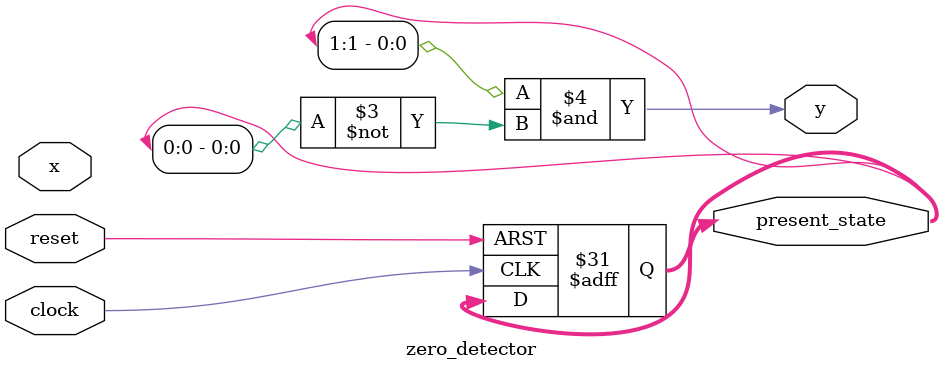
<source format=v>
module zero_detector (
output [1:0] present_state,
output y,
input x,
input clock,
input reset
);

reg [1:0] next_state;
parameter S0 = 2'b00, S1 = 2'b01, S2 = 2'b10;

always @ (posedge clock, negedge reset)
if (reset == 0) present_state <= S0;
else 
begin
	case(present_state)
	S0: if (x) next_state = S0; else next_state = S1;
	S1: if (x) next_state = S0; else next_state = S2;
	S2: if (x) next_state = S0; else next_state = S2;
	endcase
end 

assign y = present_state[1] & (~present_state[0]);

endmodule
</source>
